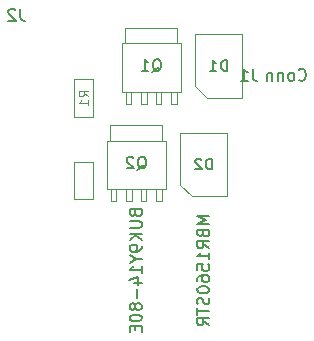
<source format=gbr>
%TF.GenerationSoftware,KiCad,Pcbnew,(5.1.9)-1*%
%TF.CreationDate,2021-10-27T02:20:14-05:00*%
%TF.ProjectId,BLDC_Cont,424c4443-5f43-46f6-9e74-2e6b69636164,rev?*%
%TF.SameCoordinates,Original*%
%TF.FileFunction,Other,Fab,Bot*%
%FSLAX46Y46*%
G04 Gerber Fmt 4.6, Leading zero omitted, Abs format (unit mm)*
G04 Created by KiCad (PCBNEW (5.1.9)-1) date 2021-10-27 02:20:14*
%MOMM*%
%LPD*%
G01*
G04 APERTURE LIST*
%ADD10C,0.100000*%
%ADD11C,0.150000*%
%ADD12C,0.120000*%
G04 APERTURE END LIST*
D10*
%TO.C,Q1*%
X175465000Y-113775000D02*
X175465000Y-114775000D01*
X175465000Y-114775000D02*
X175015000Y-114775000D01*
X175015000Y-114775000D02*
X175015000Y-113775000D01*
X176765000Y-113775000D02*
X176765000Y-114775000D01*
X176765000Y-114775000D02*
X176315000Y-114775000D01*
X176315000Y-114775000D02*
X176315000Y-113775000D01*
X178015000Y-113775000D02*
X178015000Y-114775000D01*
X178015000Y-114775000D02*
X177565000Y-114775000D01*
X177565000Y-114775000D02*
X177565000Y-113775000D01*
X179315000Y-114775000D02*
X178815000Y-114775000D01*
X179315000Y-114775000D02*
X179315000Y-113775000D01*
X178815000Y-114775000D02*
X178815000Y-113775000D01*
X179365000Y-108375000D02*
X174965000Y-108375000D01*
X174965000Y-108375000D02*
X174965000Y-109675000D01*
X179365000Y-108375000D02*
X179365000Y-109675000D01*
X179665000Y-109675000D02*
X179665000Y-113775000D01*
X179665000Y-113775000D02*
X174665000Y-113775000D01*
X174665000Y-113775000D02*
X174665000Y-109675000D01*
X174665000Y-109675000D02*
X179665000Y-109675000D01*
%TO.C,D1*%
X184870000Y-108895000D02*
X184870000Y-114275000D01*
X184870000Y-114275000D02*
X181880000Y-114275000D01*
X180890000Y-113275000D02*
X180890000Y-108895000D01*
X180890000Y-108895000D02*
X184870000Y-108895000D01*
X180890000Y-113275000D02*
X181890000Y-114275000D01*
%TO.C,D2*%
X179620000Y-121635000D02*
X180620000Y-122635000D01*
X179620000Y-117255000D02*
X183600000Y-117255000D01*
X179620000Y-121635000D02*
X179620000Y-117255000D01*
X183600000Y-122635000D02*
X180610000Y-122635000D01*
X183600000Y-117255000D02*
X183600000Y-122635000D01*
%TO.C,Q2*%
X173395000Y-117930000D02*
X178395000Y-117930000D01*
X173395000Y-122030000D02*
X173395000Y-117930000D01*
X178395000Y-122030000D02*
X173395000Y-122030000D01*
X178395000Y-117930000D02*
X178395000Y-122030000D01*
X178095000Y-116630000D02*
X178095000Y-117930000D01*
X173695000Y-116630000D02*
X173695000Y-117930000D01*
X178095000Y-116630000D02*
X173695000Y-116630000D01*
X177545000Y-123030000D02*
X177545000Y-122030000D01*
X178045000Y-123030000D02*
X178045000Y-122030000D01*
X178045000Y-123030000D02*
X177545000Y-123030000D01*
X176295000Y-123030000D02*
X176295000Y-122030000D01*
X176745000Y-123030000D02*
X176295000Y-123030000D01*
X176745000Y-122030000D02*
X176745000Y-123030000D01*
X175045000Y-123030000D02*
X175045000Y-122030000D01*
X175495000Y-123030000D02*
X175045000Y-123030000D01*
X175495000Y-122030000D02*
X175495000Y-123030000D01*
X173745000Y-123030000D02*
X173745000Y-122030000D01*
X174195000Y-123030000D02*
X173745000Y-123030000D01*
X174195000Y-122030000D02*
X174195000Y-123030000D01*
%TO.C,R1*%
X170650000Y-112700000D02*
X170650000Y-115900000D01*
X172250000Y-112700000D02*
X170650000Y-112700000D01*
X172250000Y-115900000D02*
X172250000Y-112700000D01*
X170650000Y-115900000D02*
X172250000Y-115900000D01*
%TO.C,R2*%
X170650000Y-122885000D02*
X172250000Y-122885000D01*
X172250000Y-122885000D02*
X172250000Y-119685000D01*
X172250000Y-119685000D02*
X170650000Y-119685000D01*
X170650000Y-119685000D02*
X170650000Y-122885000D01*
%TD*%
%TO.C,J2*%
D11*
X166068333Y-106767380D02*
X166068333Y-107481666D01*
X166115952Y-107624523D01*
X166211190Y-107719761D01*
X166354047Y-107767380D01*
X166449285Y-107767380D01*
X165639761Y-106862619D02*
X165592142Y-106815000D01*
X165496904Y-106767380D01*
X165258809Y-106767380D01*
X165163571Y-106815000D01*
X165115952Y-106862619D01*
X165068333Y-106957857D01*
X165068333Y-107053095D01*
X165115952Y-107195952D01*
X165687380Y-107767380D01*
X165068333Y-107767380D01*
%TO.C,Q1*%
X177260238Y-112107619D02*
X177355476Y-112060000D01*
X177450714Y-111964761D01*
X177593571Y-111821904D01*
X177688809Y-111774285D01*
X177784047Y-111774285D01*
X177736428Y-112012380D02*
X177831666Y-111964761D01*
X177926904Y-111869523D01*
X177974523Y-111679047D01*
X177974523Y-111345714D01*
X177926904Y-111155238D01*
X177831666Y-111060000D01*
X177736428Y-111012380D01*
X177545952Y-111012380D01*
X177450714Y-111060000D01*
X177355476Y-111155238D01*
X177307857Y-111345714D01*
X177307857Y-111679047D01*
X177355476Y-111869523D01*
X177450714Y-111964761D01*
X177545952Y-112012380D01*
X177736428Y-112012380D01*
X176355476Y-112012380D02*
X176926904Y-112012380D01*
X176641190Y-112012380D02*
X176641190Y-111012380D01*
X176736428Y-111155238D01*
X176831666Y-111250476D01*
X176926904Y-111298095D01*
%TO.C,D1*%
X183544285Y-111992142D02*
X183544285Y-111092142D01*
X183330000Y-111092142D01*
X183201428Y-111135000D01*
X183115714Y-111220714D01*
X183072857Y-111306428D01*
X183030000Y-111477857D01*
X183030000Y-111606428D01*
X183072857Y-111777857D01*
X183115714Y-111863571D01*
X183201428Y-111949285D01*
X183330000Y-111992142D01*
X183544285Y-111992142D01*
X182172857Y-111992142D02*
X182687142Y-111992142D01*
X182430000Y-111992142D02*
X182430000Y-111092142D01*
X182515714Y-111220714D01*
X182601428Y-111306428D01*
X182687142Y-111349285D01*
%TO.C,D2*%
X182062380Y-124309761D02*
X181062380Y-124309761D01*
X181776666Y-124643095D01*
X181062380Y-124976428D01*
X182062380Y-124976428D01*
X181538571Y-125785952D02*
X181586190Y-125928809D01*
X181633809Y-125976428D01*
X181729047Y-126024047D01*
X181871904Y-126024047D01*
X181967142Y-125976428D01*
X182014761Y-125928809D01*
X182062380Y-125833571D01*
X182062380Y-125452619D01*
X181062380Y-125452619D01*
X181062380Y-125785952D01*
X181110000Y-125881190D01*
X181157619Y-125928809D01*
X181252857Y-125976428D01*
X181348095Y-125976428D01*
X181443333Y-125928809D01*
X181490952Y-125881190D01*
X181538571Y-125785952D01*
X181538571Y-125452619D01*
X182062380Y-127024047D02*
X181586190Y-126690714D01*
X182062380Y-126452619D02*
X181062380Y-126452619D01*
X181062380Y-126833571D01*
X181110000Y-126928809D01*
X181157619Y-126976428D01*
X181252857Y-127024047D01*
X181395714Y-127024047D01*
X181490952Y-126976428D01*
X181538571Y-126928809D01*
X181586190Y-126833571D01*
X181586190Y-126452619D01*
X182062380Y-127976428D02*
X182062380Y-127405000D01*
X182062380Y-127690714D02*
X181062380Y-127690714D01*
X181205238Y-127595476D01*
X181300476Y-127500238D01*
X181348095Y-127405000D01*
X181062380Y-128881190D02*
X181062380Y-128405000D01*
X181538571Y-128357380D01*
X181490952Y-128405000D01*
X181443333Y-128500238D01*
X181443333Y-128738333D01*
X181490952Y-128833571D01*
X181538571Y-128881190D01*
X181633809Y-128928809D01*
X181871904Y-128928809D01*
X181967142Y-128881190D01*
X182014761Y-128833571D01*
X182062380Y-128738333D01*
X182062380Y-128500238D01*
X182014761Y-128405000D01*
X181967142Y-128357380D01*
X181062380Y-129785952D02*
X181062380Y-129595476D01*
X181110000Y-129500238D01*
X181157619Y-129452619D01*
X181300476Y-129357380D01*
X181490952Y-129309761D01*
X181871904Y-129309761D01*
X181967142Y-129357380D01*
X182014761Y-129405000D01*
X182062380Y-129500238D01*
X182062380Y-129690714D01*
X182014761Y-129785952D01*
X181967142Y-129833571D01*
X181871904Y-129881190D01*
X181633809Y-129881190D01*
X181538571Y-129833571D01*
X181490952Y-129785952D01*
X181443333Y-129690714D01*
X181443333Y-129500238D01*
X181490952Y-129405000D01*
X181538571Y-129357380D01*
X181633809Y-129309761D01*
X181062380Y-130500238D02*
X181062380Y-130595476D01*
X181110000Y-130690714D01*
X181157619Y-130738333D01*
X181252857Y-130785952D01*
X181443333Y-130833571D01*
X181681428Y-130833571D01*
X181871904Y-130785952D01*
X181967142Y-130738333D01*
X182014761Y-130690714D01*
X182062380Y-130595476D01*
X182062380Y-130500238D01*
X182014761Y-130405000D01*
X181967142Y-130357380D01*
X181871904Y-130309761D01*
X181681428Y-130262142D01*
X181443333Y-130262142D01*
X181252857Y-130309761D01*
X181157619Y-130357380D01*
X181110000Y-130405000D01*
X181062380Y-130500238D01*
X182014761Y-131214523D02*
X182062380Y-131357380D01*
X182062380Y-131595476D01*
X182014761Y-131690714D01*
X181967142Y-131738333D01*
X181871904Y-131785952D01*
X181776666Y-131785952D01*
X181681428Y-131738333D01*
X181633809Y-131690714D01*
X181586190Y-131595476D01*
X181538571Y-131405000D01*
X181490952Y-131309761D01*
X181443333Y-131262142D01*
X181348095Y-131214523D01*
X181252857Y-131214523D01*
X181157619Y-131262142D01*
X181110000Y-131309761D01*
X181062380Y-131405000D01*
X181062380Y-131643095D01*
X181110000Y-131785952D01*
X181062380Y-132071666D02*
X181062380Y-132643095D01*
X182062380Y-132357380D02*
X181062380Y-132357380D01*
X182062380Y-133547857D02*
X181586190Y-133214523D01*
X182062380Y-132976428D02*
X181062380Y-132976428D01*
X181062380Y-133357380D01*
X181110000Y-133452619D01*
X181157619Y-133500238D01*
X181252857Y-133547857D01*
X181395714Y-133547857D01*
X181490952Y-133500238D01*
X181538571Y-133452619D01*
X181586190Y-133357380D01*
X181586190Y-132976428D01*
X182274285Y-120352142D02*
X182274285Y-119452142D01*
X182060000Y-119452142D01*
X181931428Y-119495000D01*
X181845714Y-119580714D01*
X181802857Y-119666428D01*
X181760000Y-119837857D01*
X181760000Y-119966428D01*
X181802857Y-120137857D01*
X181845714Y-120223571D01*
X181931428Y-120309285D01*
X182060000Y-120352142D01*
X182274285Y-120352142D01*
X181417142Y-119537857D02*
X181374285Y-119495000D01*
X181288571Y-119452142D01*
X181074285Y-119452142D01*
X180988571Y-119495000D01*
X180945714Y-119537857D01*
X180902857Y-119623571D01*
X180902857Y-119709285D01*
X180945714Y-119837857D01*
X181460000Y-120352142D01*
X180902857Y-120352142D01*
%TO.C,Q2*%
X175823571Y-124071666D02*
X175871190Y-124214523D01*
X175918809Y-124262142D01*
X176014047Y-124309761D01*
X176156904Y-124309761D01*
X176252142Y-124262142D01*
X176299761Y-124214523D01*
X176347380Y-124119285D01*
X176347380Y-123738333D01*
X175347380Y-123738333D01*
X175347380Y-124071666D01*
X175395000Y-124166904D01*
X175442619Y-124214523D01*
X175537857Y-124262142D01*
X175633095Y-124262142D01*
X175728333Y-124214523D01*
X175775952Y-124166904D01*
X175823571Y-124071666D01*
X175823571Y-123738333D01*
X175347380Y-124738333D02*
X176156904Y-124738333D01*
X176252142Y-124785952D01*
X176299761Y-124833571D01*
X176347380Y-124928809D01*
X176347380Y-125119285D01*
X176299761Y-125214523D01*
X176252142Y-125262142D01*
X176156904Y-125309761D01*
X175347380Y-125309761D01*
X176347380Y-125785952D02*
X175347380Y-125785952D01*
X176347380Y-126357380D02*
X175775952Y-125928809D01*
X175347380Y-126357380D02*
X175918809Y-125785952D01*
X176347380Y-126833571D02*
X176347380Y-127024047D01*
X176299761Y-127119285D01*
X176252142Y-127166904D01*
X176109285Y-127262142D01*
X175918809Y-127309761D01*
X175537857Y-127309761D01*
X175442619Y-127262142D01*
X175395000Y-127214523D01*
X175347380Y-127119285D01*
X175347380Y-126928809D01*
X175395000Y-126833571D01*
X175442619Y-126785952D01*
X175537857Y-126738333D01*
X175775952Y-126738333D01*
X175871190Y-126785952D01*
X175918809Y-126833571D01*
X175966428Y-126928809D01*
X175966428Y-127119285D01*
X175918809Y-127214523D01*
X175871190Y-127262142D01*
X175775952Y-127309761D01*
X175871190Y-127928809D02*
X176347380Y-127928809D01*
X175347380Y-127595476D02*
X175871190Y-127928809D01*
X175347380Y-128262142D01*
X176347380Y-129119285D02*
X176347380Y-128547857D01*
X176347380Y-128833571D02*
X175347380Y-128833571D01*
X175490238Y-128738333D01*
X175585476Y-128643095D01*
X175633095Y-128547857D01*
X175680714Y-129976428D02*
X176347380Y-129976428D01*
X175299761Y-129738333D02*
X176014047Y-129500238D01*
X176014047Y-130119285D01*
X175966428Y-130500238D02*
X175966428Y-131262142D01*
X175775952Y-131881190D02*
X175728333Y-131785952D01*
X175680714Y-131738333D01*
X175585476Y-131690714D01*
X175537857Y-131690714D01*
X175442619Y-131738333D01*
X175395000Y-131785952D01*
X175347380Y-131881190D01*
X175347380Y-132071666D01*
X175395000Y-132166904D01*
X175442619Y-132214523D01*
X175537857Y-132262142D01*
X175585476Y-132262142D01*
X175680714Y-132214523D01*
X175728333Y-132166904D01*
X175775952Y-132071666D01*
X175775952Y-131881190D01*
X175823571Y-131785952D01*
X175871190Y-131738333D01*
X175966428Y-131690714D01*
X176156904Y-131690714D01*
X176252142Y-131738333D01*
X176299761Y-131785952D01*
X176347380Y-131881190D01*
X176347380Y-132071666D01*
X176299761Y-132166904D01*
X176252142Y-132214523D01*
X176156904Y-132262142D01*
X175966428Y-132262142D01*
X175871190Y-132214523D01*
X175823571Y-132166904D01*
X175775952Y-132071666D01*
X175347380Y-132881190D02*
X175347380Y-132976428D01*
X175395000Y-133071666D01*
X175442619Y-133119285D01*
X175537857Y-133166904D01*
X175728333Y-133214523D01*
X175966428Y-133214523D01*
X176156904Y-133166904D01*
X176252142Y-133119285D01*
X176299761Y-133071666D01*
X176347380Y-132976428D01*
X176347380Y-132881190D01*
X176299761Y-132785952D01*
X176252142Y-132738333D01*
X176156904Y-132690714D01*
X175966428Y-132643095D01*
X175728333Y-132643095D01*
X175537857Y-132690714D01*
X175442619Y-132738333D01*
X175395000Y-132785952D01*
X175347380Y-132881190D01*
X175823571Y-133643095D02*
X175823571Y-133976428D01*
X176347380Y-134119285D02*
X176347380Y-133643095D01*
X175347380Y-133643095D01*
X175347380Y-134119285D01*
X175990238Y-120362619D02*
X176085476Y-120315000D01*
X176180714Y-120219761D01*
X176323571Y-120076904D01*
X176418809Y-120029285D01*
X176514047Y-120029285D01*
X176466428Y-120267380D02*
X176561666Y-120219761D01*
X176656904Y-120124523D01*
X176704523Y-119934047D01*
X176704523Y-119600714D01*
X176656904Y-119410238D01*
X176561666Y-119315000D01*
X176466428Y-119267380D01*
X176275952Y-119267380D01*
X176180714Y-119315000D01*
X176085476Y-119410238D01*
X176037857Y-119600714D01*
X176037857Y-119934047D01*
X176085476Y-120124523D01*
X176180714Y-120219761D01*
X176275952Y-120267380D01*
X176466428Y-120267380D01*
X175656904Y-119362619D02*
X175609285Y-119315000D01*
X175514047Y-119267380D01*
X175275952Y-119267380D01*
X175180714Y-119315000D01*
X175133095Y-119362619D01*
X175085476Y-119457857D01*
X175085476Y-119553095D01*
X175133095Y-119695952D01*
X175704523Y-120267380D01*
X175085476Y-120267380D01*
%TO.C,R1*%
D12*
X171811904Y-114166666D02*
X171430952Y-113900000D01*
X171811904Y-113709523D02*
X171011904Y-113709523D01*
X171011904Y-114014285D01*
X171050000Y-114090476D01*
X171088095Y-114128571D01*
X171164285Y-114166666D01*
X171278571Y-114166666D01*
X171354761Y-114128571D01*
X171392857Y-114090476D01*
X171430952Y-114014285D01*
X171430952Y-113709523D01*
X171811904Y-114928571D02*
X171811904Y-114471428D01*
X171811904Y-114700000D02*
X171011904Y-114700000D01*
X171126190Y-114623809D01*
X171202380Y-114547619D01*
X171240476Y-114471428D01*
%TO.C,J1*%
D11*
X189642619Y-112752142D02*
X189690238Y-112799761D01*
X189833095Y-112847380D01*
X189928333Y-112847380D01*
X190071190Y-112799761D01*
X190166428Y-112704523D01*
X190214047Y-112609285D01*
X190261666Y-112418809D01*
X190261666Y-112275952D01*
X190214047Y-112085476D01*
X190166428Y-111990238D01*
X190071190Y-111895000D01*
X189928333Y-111847380D01*
X189833095Y-111847380D01*
X189690238Y-111895000D01*
X189642619Y-111942619D01*
X189071190Y-112847380D02*
X189166428Y-112799761D01*
X189214047Y-112752142D01*
X189261666Y-112656904D01*
X189261666Y-112371190D01*
X189214047Y-112275952D01*
X189166428Y-112228333D01*
X189071190Y-112180714D01*
X188928333Y-112180714D01*
X188833095Y-112228333D01*
X188785476Y-112275952D01*
X188737857Y-112371190D01*
X188737857Y-112656904D01*
X188785476Y-112752142D01*
X188833095Y-112799761D01*
X188928333Y-112847380D01*
X189071190Y-112847380D01*
X188309285Y-112180714D02*
X188309285Y-112847380D01*
X188309285Y-112275952D02*
X188261666Y-112228333D01*
X188166428Y-112180714D01*
X188023571Y-112180714D01*
X187928333Y-112228333D01*
X187880714Y-112323571D01*
X187880714Y-112847380D01*
X187404523Y-112180714D02*
X187404523Y-112847380D01*
X187404523Y-112275952D02*
X187356904Y-112228333D01*
X187261666Y-112180714D01*
X187118809Y-112180714D01*
X187023571Y-112228333D01*
X186975952Y-112323571D01*
X186975952Y-112847380D01*
X185753333Y-111847380D02*
X185753333Y-112561666D01*
X185800952Y-112704523D01*
X185896190Y-112799761D01*
X186039047Y-112847380D01*
X186134285Y-112847380D01*
X184753333Y-112847380D02*
X185324761Y-112847380D01*
X185039047Y-112847380D02*
X185039047Y-111847380D01*
X185134285Y-111990238D01*
X185229523Y-112085476D01*
X185324761Y-112133095D01*
%TD*%
M02*

</source>
